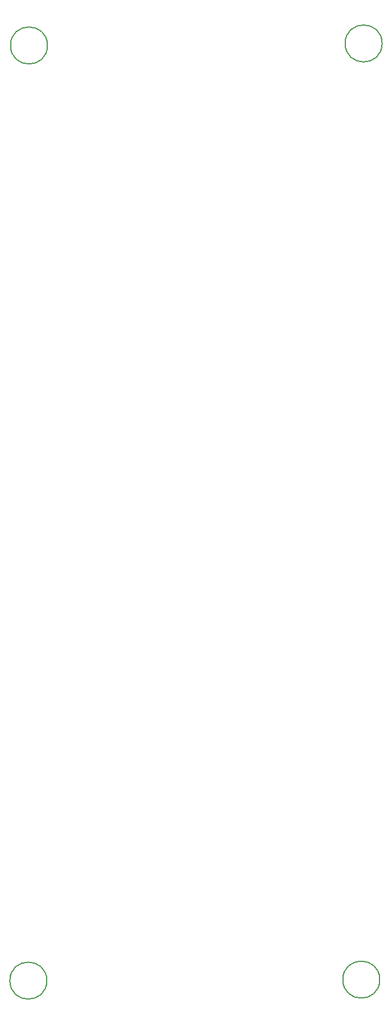
<source format=gbr>
G04 #@! TF.FileFunction,Other,Comment*
%FSLAX46Y46*%
G04 Gerber Fmt 4.6, Leading zero omitted, Abs format (unit mm)*
G04 Created by KiCad (PCBNEW 4.0.7-e2-6376~58~ubuntu16.04.1) date Mon Oct  9 01:06:08 2017*
%MOMM*%
%LPD*%
G01*
G04 APERTURE LIST*
%ADD10C,0.100000*%
%ADD11C,0.150000*%
G04 APERTURE END LIST*
D10*
D11*
X66850000Y-31850000D02*
G75*
G03X66850000Y-31850000I-2750000J0D01*
G01*
X116650000Y-31550000D02*
G75*
G03X116650000Y-31550000I-2750000J0D01*
G01*
X116300000Y-170800000D02*
G75*
G03X116300000Y-170800000I-2750000J0D01*
G01*
X66750000Y-170950000D02*
G75*
G03X66750000Y-170950000I-2750000J0D01*
G01*
M02*

</source>
